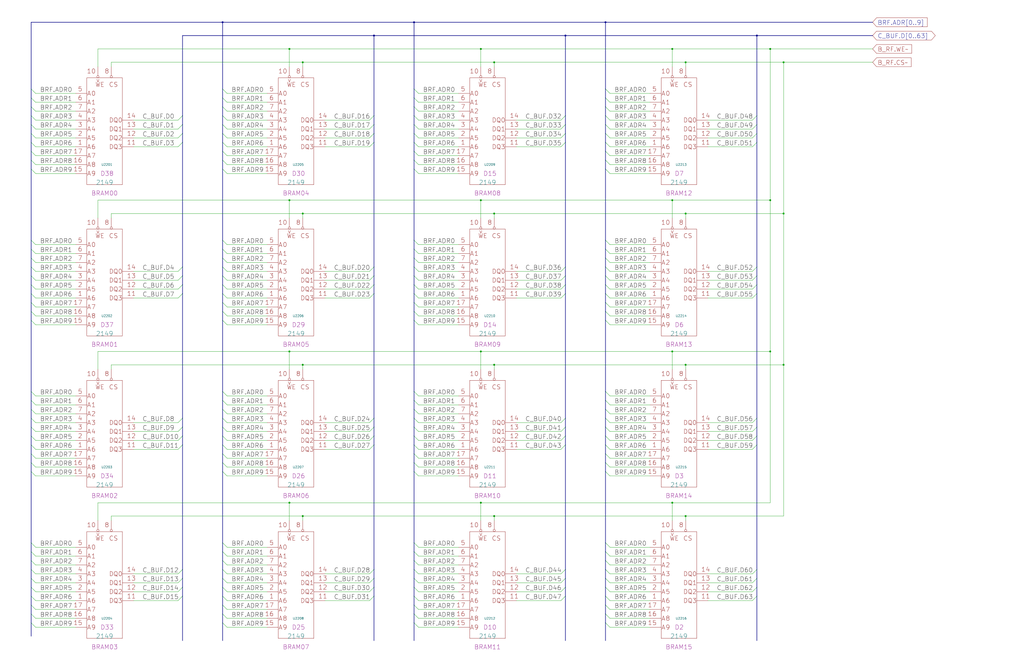
<source format=kicad_sch>
(kicad_sch (version 20211123) (generator eeschema)
  (paper "User" 584.2 378.46)
  (title_block (title "REGISTER FILE B\\nRAM ARRAY") (date "22-MAR-90") (rev "1.0") (comment 1 "VALUE") (comment 2 "232-003063") (comment 3 "S400") (comment 4 "RELEASED"))
  (bus (pts (xy 104.14 152.4) (xy 104.14 157.48)))
  (bus (pts (xy 104.14 157.48) (xy 104.14 162.56)))
  (bus (pts (xy 104.14 162.56) (xy 104.14 167.64)))
  (bus (pts (xy 104.14 167.64) (xy 104.14 238.76)))
  (bus (pts (xy 104.14 20.32) (xy 104.14 66.04)))
  (bus (pts (xy 104.14 20.32) (xy 213.36 20.32)))
  (bus (pts (xy 104.14 238.76) (xy 104.14 243.84)))
  (bus (pts (xy 104.14 243.84) (xy 104.14 248.92)))
  (bus (pts (xy 104.14 248.92) (xy 104.14 254)))
  (bus (pts (xy 104.14 254) (xy 104.14 325.12)))
  (bus (pts (xy 104.14 325.12) (xy 104.14 330.2)))
  (bus (pts (xy 104.14 330.2) (xy 104.14 335.28)))
  (bus (pts (xy 104.14 335.28) (xy 104.14 340.36)))
  (bus (pts (xy 104.14 340.36) (xy 104.14 365.76)))
  (bus (pts (xy 104.14 66.04) (xy 104.14 71.12)))
  (bus (pts (xy 104.14 71.12) (xy 104.14 76.2)))
  (bus (pts (xy 104.14 76.2) (xy 104.14 81.28)))
  (bus (pts (xy 104.14 81.28) (xy 104.14 152.4)))
  (bus (pts (xy 127 12.7) (xy 127 50.8)))
  (bus (pts (xy 127 12.7) (xy 236.22 12.7)))
  (bus (pts (xy 127 137.16) (xy 127 142.24)))
  (bus (pts (xy 127 142.24) (xy 127 147.32)))
  (bus (pts (xy 127 147.32) (xy 127 152.4)))
  (bus (pts (xy 127 152.4) (xy 127 157.48)))
  (bus (pts (xy 127 157.48) (xy 127 162.56)))
  (bus (pts (xy 127 162.56) (xy 127 167.64)))
  (bus (pts (xy 127 167.64) (xy 127 172.72)))
  (bus (pts (xy 127 172.72) (xy 127 177.8)))
  (bus (pts (xy 127 177.8) (xy 127 182.88)))
  (bus (pts (xy 127 182.88) (xy 127 223.52)))
  (bus (pts (xy 127 223.52) (xy 127 228.6)))
  (bus (pts (xy 127 228.6) (xy 127 233.68)))
  (bus (pts (xy 127 233.68) (xy 127 238.76)))
  (bus (pts (xy 127 238.76) (xy 127 243.84)))
  (bus (pts (xy 127 243.84) (xy 127 248.92)))
  (bus (pts (xy 127 248.92) (xy 127 254)))
  (bus (pts (xy 127 254) (xy 127 259.08)))
  (bus (pts (xy 127 259.08) (xy 127 264.16)))
  (bus (pts (xy 127 264.16) (xy 127 269.24)))
  (bus (pts (xy 127 269.24) (xy 127 309.88)))
  (bus (pts (xy 127 309.88) (xy 127 314.96)))
  (bus (pts (xy 127 314.96) (xy 127 320.04)))
  (bus (pts (xy 127 320.04) (xy 127 325.12)))
  (bus (pts (xy 127 325.12) (xy 127 330.2)))
  (bus (pts (xy 127 330.2) (xy 127 335.28)))
  (bus (pts (xy 127 335.28) (xy 127 340.36)))
  (bus (pts (xy 127 340.36) (xy 127 345.44)))
  (bus (pts (xy 127 345.44) (xy 127 350.52)))
  (bus (pts (xy 127 350.52) (xy 127 355.6)))
  (bus (pts (xy 127 355.6) (xy 127 365.76)))
  (bus (pts (xy 127 50.8) (xy 127 55.88)))
  (bus (pts (xy 127 55.88) (xy 127 60.96)))
  (bus (pts (xy 127 60.96) (xy 127 66.04)))
  (bus (pts (xy 127 66.04) (xy 127 71.12)))
  (bus (pts (xy 127 71.12) (xy 127 76.2)))
  (bus (pts (xy 127 76.2) (xy 127 81.28)))
  (bus (pts (xy 127 81.28) (xy 127 86.36)))
  (bus (pts (xy 127 86.36) (xy 127 91.44)))
  (bus (pts (xy 127 91.44) (xy 127 96.52)))
  (bus (pts (xy 127 96.52) (xy 127 137.16)))
  (bus (pts (xy 17.78 12.7) (xy 127 12.7)))
  (bus (pts (xy 17.78 12.7) (xy 17.78 50.8)))
  (bus (pts (xy 17.78 137.16) (xy 17.78 142.24)))
  (bus (pts (xy 17.78 142.24) (xy 17.78 147.32)))
  (bus (pts (xy 17.78 147.32) (xy 17.78 152.4)))
  (bus (pts (xy 17.78 152.4) (xy 17.78 157.48)))
  (bus (pts (xy 17.78 157.48) (xy 17.78 162.56)))
  (bus (pts (xy 17.78 162.56) (xy 17.78 167.64)))
  (bus (pts (xy 17.78 167.64) (xy 17.78 172.72)))
  (bus (pts (xy 17.78 172.72) (xy 17.78 177.8)))
  (bus (pts (xy 17.78 177.8) (xy 17.78 182.88)))
  (bus (pts (xy 17.78 182.88) (xy 17.78 223.52)))
  (bus (pts (xy 17.78 223.52) (xy 17.78 228.6)))
  (bus (pts (xy 17.78 228.6) (xy 17.78 233.68)))
  (bus (pts (xy 17.78 233.68) (xy 17.78 238.76)))
  (bus (pts (xy 17.78 238.76) (xy 17.78 243.84)))
  (bus (pts (xy 17.78 243.84) (xy 17.78 248.92)))
  (bus (pts (xy 17.78 248.92) (xy 17.78 254)))
  (bus (pts (xy 17.78 254) (xy 17.78 259.08)))
  (bus (pts (xy 17.78 259.08) (xy 17.78 264.16)))
  (bus (pts (xy 17.78 264.16) (xy 17.78 269.24)))
  (bus (pts (xy 17.78 269.24) (xy 17.78 309.88)))
  (bus (pts (xy 17.78 309.88) (xy 17.78 314.96)))
  (bus (pts (xy 17.78 314.96) (xy 17.78 320.04)))
  (bus (pts (xy 17.78 320.04) (xy 17.78 325.12)))
  (bus (pts (xy 17.78 325.12) (xy 17.78 330.2)))
  (bus (pts (xy 17.78 330.2) (xy 17.78 335.28)))
  (bus (pts (xy 17.78 335.28) (xy 17.78 340.36)))
  (bus (pts (xy 17.78 340.36) (xy 17.78 345.44)))
  (bus (pts (xy 17.78 345.44) (xy 17.78 350.52)))
  (bus (pts (xy 17.78 350.52) (xy 17.78 355.6)))
  (bus (pts (xy 17.78 355.6) (xy 17.78 363.22)))
  (bus (pts (xy 17.78 50.8) (xy 17.78 55.88)))
  (bus (pts (xy 17.78 55.88) (xy 17.78 60.96)))
  (bus (pts (xy 17.78 60.96) (xy 17.78 66.04)))
  (bus (pts (xy 17.78 66.04) (xy 17.78 71.12)))
  (bus (pts (xy 17.78 71.12) (xy 17.78 76.2)))
  (bus (pts (xy 17.78 76.2) (xy 17.78 81.28)))
  (bus (pts (xy 17.78 81.28) (xy 17.78 86.36)))
  (bus (pts (xy 17.78 86.36) (xy 17.78 91.44)))
  (bus (pts (xy 17.78 91.44) (xy 17.78 96.52)))
  (bus (pts (xy 17.78 96.52) (xy 17.78 137.16)))
  (bus (pts (xy 213.36 152.4) (xy 213.36 157.48)))
  (bus (pts (xy 213.36 157.48) (xy 213.36 162.56)))
  (bus (pts (xy 213.36 162.56) (xy 213.36 167.64)))
  (bus (pts (xy 213.36 167.64) (xy 213.36 238.76)))
  (bus (pts (xy 213.36 20.32) (xy 213.36 66.04)))
  (bus (pts (xy 213.36 20.32) (xy 322.58 20.32)))
  (bus (pts (xy 213.36 238.76) (xy 213.36 243.84)))
  (bus (pts (xy 213.36 243.84) (xy 213.36 248.92)))
  (bus (pts (xy 213.36 248.92) (xy 213.36 254)))
  (bus (pts (xy 213.36 254) (xy 213.36 325.12)))
  (bus (pts (xy 213.36 325.12) (xy 213.36 330.2)))
  (bus (pts (xy 213.36 330.2) (xy 213.36 335.28)))
  (bus (pts (xy 213.36 335.28) (xy 213.36 340.36)))
  (bus (pts (xy 213.36 340.36) (xy 213.36 365.76)))
  (bus (pts (xy 213.36 66.04) (xy 213.36 71.12)))
  (bus (pts (xy 213.36 71.12) (xy 213.36 76.2)))
  (bus (pts (xy 213.36 76.2) (xy 213.36 81.28)))
  (bus (pts (xy 213.36 81.28) (xy 213.36 152.4)))
  (bus (pts (xy 236.22 12.7) (xy 236.22 50.8)))
  (bus (pts (xy 236.22 12.7) (xy 345.44 12.7)))
  (bus (pts (xy 236.22 137.16) (xy 236.22 142.24)))
  (bus (pts (xy 236.22 142.24) (xy 236.22 147.32)))
  (bus (pts (xy 236.22 147.32) (xy 236.22 152.4)))
  (bus (pts (xy 236.22 152.4) (xy 236.22 157.48)))
  (bus (pts (xy 236.22 157.48) (xy 236.22 162.56)))
  (bus (pts (xy 236.22 162.56) (xy 236.22 167.64)))
  (bus (pts (xy 236.22 167.64) (xy 236.22 172.72)))
  (bus (pts (xy 236.22 172.72) (xy 236.22 177.8)))
  (bus (pts (xy 236.22 177.8) (xy 236.22 182.88)))
  (bus (pts (xy 236.22 182.88) (xy 236.22 223.52)))
  (bus (pts (xy 236.22 223.52) (xy 236.22 228.6)))
  (bus (pts (xy 236.22 228.6) (xy 236.22 233.68)))
  (bus (pts (xy 236.22 233.68) (xy 236.22 238.76)))
  (bus (pts (xy 236.22 238.76) (xy 236.22 243.84)))
  (bus (pts (xy 236.22 243.84) (xy 236.22 248.92)))
  (bus (pts (xy 236.22 248.92) (xy 236.22 254)))
  (bus (pts (xy 236.22 254) (xy 236.22 259.08)))
  (bus (pts (xy 236.22 259.08) (xy 236.22 264.16)))
  (bus (pts (xy 236.22 264.16) (xy 236.22 269.24)))
  (bus (pts (xy 236.22 269.24) (xy 236.22 309.88)))
  (bus (pts (xy 236.22 309.88) (xy 236.22 314.96)))
  (bus (pts (xy 236.22 314.96) (xy 236.22 320.04)))
  (bus (pts (xy 236.22 320.04) (xy 236.22 325.12)))
  (bus (pts (xy 236.22 325.12) (xy 236.22 330.2)))
  (bus (pts (xy 236.22 330.2) (xy 236.22 335.28)))
  (bus (pts (xy 236.22 335.28) (xy 236.22 340.36)))
  (bus (pts (xy 236.22 340.36) (xy 236.22 345.44)))
  (bus (pts (xy 236.22 345.44) (xy 236.22 350.52)))
  (bus (pts (xy 236.22 350.52) (xy 236.22 355.6)))
  (bus (pts (xy 236.22 355.6) (xy 236.22 365.76)))
  (bus (pts (xy 236.22 50.8) (xy 236.22 55.88)))
  (bus (pts (xy 236.22 55.88) (xy 236.22 60.96)))
  (bus (pts (xy 236.22 60.96) (xy 236.22 66.04)))
  (bus (pts (xy 236.22 66.04) (xy 236.22 71.12)))
  (bus (pts (xy 236.22 71.12) (xy 236.22 76.2)))
  (bus (pts (xy 236.22 76.2) (xy 236.22 81.28)))
  (bus (pts (xy 236.22 81.28) (xy 236.22 86.36)))
  (bus (pts (xy 236.22 86.36) (xy 236.22 91.44)))
  (bus (pts (xy 236.22 91.44) (xy 236.22 96.52)))
  (bus (pts (xy 236.22 96.52) (xy 236.22 137.16)))
  (bus (pts (xy 322.58 152.4) (xy 322.58 157.48)))
  (bus (pts (xy 322.58 157.48) (xy 322.58 162.56)))
  (bus (pts (xy 322.58 162.56) (xy 322.58 167.64)))
  (bus (pts (xy 322.58 167.64) (xy 322.58 238.76)))
  (bus (pts (xy 322.58 20.32) (xy 322.58 66.04)))
  (bus (pts (xy 322.58 20.32) (xy 431.8 20.32)))
  (bus (pts (xy 322.58 238.76) (xy 322.58 243.84)))
  (bus (pts (xy 322.58 243.84) (xy 322.58 248.92)))
  (bus (pts (xy 322.58 248.92) (xy 322.58 254)))
  (bus (pts (xy 322.58 254) (xy 322.58 325.12)))
  (bus (pts (xy 322.58 325.12) (xy 322.58 330.2)))
  (bus (pts (xy 322.58 330.2) (xy 322.58 335.28)))
  (bus (pts (xy 322.58 335.28) (xy 322.58 340.36)))
  (bus (pts (xy 322.58 340.36) (xy 322.58 365.76)))
  (bus (pts (xy 322.58 66.04) (xy 322.58 71.12)))
  (bus (pts (xy 322.58 71.12) (xy 322.58 76.2)))
  (bus (pts (xy 322.58 76.2) (xy 322.58 81.28)))
  (bus (pts (xy 322.58 81.28) (xy 322.58 152.4)))
  (bus (pts (xy 345.44 12.7) (xy 345.44 50.8)))
  (bus (pts (xy 345.44 12.7) (xy 497.84 12.7)))
  (bus (pts (xy 345.44 137.16) (xy 345.44 142.24)))
  (bus (pts (xy 345.44 142.24) (xy 345.44 147.32)))
  (bus (pts (xy 345.44 147.32) (xy 345.44 152.4)))
  (bus (pts (xy 345.44 152.4) (xy 345.44 157.48)))
  (bus (pts (xy 345.44 157.48) (xy 345.44 162.56)))
  (bus (pts (xy 345.44 162.56) (xy 345.44 167.64)))
  (bus (pts (xy 345.44 167.64) (xy 345.44 172.72)))
  (bus (pts (xy 345.44 172.72) (xy 345.44 177.8)))
  (bus (pts (xy 345.44 177.8) (xy 345.44 182.88)))
  (bus (pts (xy 345.44 182.88) (xy 345.44 223.52)))
  (bus (pts (xy 345.44 223.52) (xy 345.44 228.6)))
  (bus (pts (xy 345.44 228.6) (xy 345.44 233.68)))
  (bus (pts (xy 345.44 233.68) (xy 345.44 238.76)))
  (bus (pts (xy 345.44 238.76) (xy 345.44 243.84)))
  (bus (pts (xy 345.44 243.84) (xy 345.44 248.92)))
  (bus (pts (xy 345.44 248.92) (xy 345.44 254)))
  (bus (pts (xy 345.44 254) (xy 345.44 259.08)))
  (bus (pts (xy 345.44 259.08) (xy 345.44 264.16)))
  (bus (pts (xy 345.44 264.16) (xy 345.44 269.24)))
  (bus (pts (xy 345.44 269.24) (xy 345.44 309.88)))
  (bus (pts (xy 345.44 309.88) (xy 345.44 314.96)))
  (bus (pts (xy 345.44 314.96) (xy 345.44 320.04)))
  (bus (pts (xy 345.44 320.04) (xy 345.44 325.12)))
  (bus (pts (xy 345.44 325.12) (xy 345.44 330.2)))
  (bus (pts (xy 345.44 330.2) (xy 345.44 335.28)))
  (bus (pts (xy 345.44 335.28) (xy 345.44 340.36)))
  (bus (pts (xy 345.44 340.36) (xy 345.44 345.44)))
  (bus (pts (xy 345.44 345.44) (xy 345.44 350.52)))
  (bus (pts (xy 345.44 350.52) (xy 345.44 355.6)))
  (bus (pts (xy 345.44 355.6) (xy 345.44 365.76)))
  (bus (pts (xy 345.44 50.8) (xy 345.44 55.88)))
  (bus (pts (xy 345.44 55.88) (xy 345.44 60.96)))
  (bus (pts (xy 345.44 60.96) (xy 345.44 66.04)))
  (bus (pts (xy 345.44 66.04) (xy 345.44 71.12)))
  (bus (pts (xy 345.44 71.12) (xy 345.44 76.2)))
  (bus (pts (xy 345.44 76.2) (xy 345.44 81.28)))
  (bus (pts (xy 345.44 81.28) (xy 345.44 86.36)))
  (bus (pts (xy 345.44 86.36) (xy 345.44 91.44)))
  (bus (pts (xy 345.44 91.44) (xy 345.44 96.52)))
  (bus (pts (xy 345.44 96.52) (xy 345.44 137.16)))
  (bus (pts (xy 431.8 152.4) (xy 431.8 157.48)))
  (bus (pts (xy 431.8 157.48) (xy 431.8 162.56)))
  (bus (pts (xy 431.8 162.56) (xy 431.8 167.64)))
  (bus (pts (xy 431.8 167.64) (xy 431.8 238.76)))
  (bus (pts (xy 431.8 20.32) (xy 431.8 66.04)))
  (bus (pts (xy 431.8 20.32) (xy 497.84 20.32)))
  (bus (pts (xy 431.8 238.76) (xy 431.8 243.84)))
  (bus (pts (xy 431.8 243.84) (xy 431.8 248.92)))
  (bus (pts (xy 431.8 248.92) (xy 431.8 254)))
  (bus (pts (xy 431.8 254) (xy 431.8 325.12)))
  (bus (pts (xy 431.8 325.12) (xy 431.8 330.2)))
  (bus (pts (xy 431.8 330.2) (xy 431.8 335.28)))
  (bus (pts (xy 431.8 335.28) (xy 431.8 340.36)))
  (bus (pts (xy 431.8 340.36) (xy 431.8 365.76)))
  (bus (pts (xy 431.8 66.04) (xy 431.8 71.12)))
  (bus (pts (xy 431.8 71.12) (xy 431.8 76.2)))
  (bus (pts (xy 431.8 76.2) (xy 431.8 81.28)))
  (bus (pts (xy 431.8 81.28) (xy 431.8 152.4)))
  (wire (pts (xy 129.54 139.7) (xy 152.4 139.7)))
  (wire (pts (xy 129.54 144.78) (xy 152.4 144.78)))
  (wire (pts (xy 129.54 149.86) (xy 152.4 149.86)))
  (wire (pts (xy 129.54 154.94) (xy 152.4 154.94)))
  (wire (pts (xy 129.54 160.02) (xy 152.4 160.02)))
  (wire (pts (xy 129.54 165.1) (xy 152.4 165.1)))
  (wire (pts (xy 129.54 170.18) (xy 152.4 170.18)))
  (wire (pts (xy 129.54 175.26) (xy 152.4 175.26)))
  (wire (pts (xy 129.54 180.34) (xy 152.4 180.34)))
  (wire (pts (xy 129.54 185.42) (xy 152.4 185.42)))
  (wire (pts (xy 129.54 226.06) (xy 152.4 226.06)))
  (wire (pts (xy 129.54 231.14) (xy 152.4 231.14)))
  (wire (pts (xy 129.54 236.22) (xy 152.4 236.22)))
  (wire (pts (xy 129.54 241.3) (xy 152.4 241.3)))
  (wire (pts (xy 129.54 246.38) (xy 152.4 246.38)))
  (wire (pts (xy 129.54 251.46) (xy 152.4 251.46)))
  (wire (pts (xy 129.54 256.54) (xy 152.4 256.54)))
  (wire (pts (xy 129.54 261.62) (xy 152.4 261.62)))
  (wire (pts (xy 129.54 266.7) (xy 152.4 266.7)))
  (wire (pts (xy 129.54 271.78) (xy 152.4 271.78)))
  (wire (pts (xy 129.54 312.42) (xy 152.4 312.42)))
  (wire (pts (xy 129.54 317.5) (xy 152.4 317.5)))
  (wire (pts (xy 129.54 322.58) (xy 152.4 322.58)))
  (wire (pts (xy 129.54 327.66) (xy 152.4 327.66)))
  (wire (pts (xy 129.54 332.74) (xy 152.4 332.74)))
  (wire (pts (xy 129.54 337.82) (xy 152.4 337.82)))
  (wire (pts (xy 129.54 342.9) (xy 152.4 342.9)))
  (wire (pts (xy 129.54 347.98) (xy 152.4 347.98)))
  (wire (pts (xy 129.54 353.06) (xy 152.4 353.06)))
  (wire (pts (xy 129.54 358.14) (xy 152.4 358.14)))
  (wire (pts (xy 129.54 53.34) (xy 152.4 53.34)))
  (wire (pts (xy 129.54 58.42) (xy 152.4 58.42)))
  (wire (pts (xy 129.54 63.5) (xy 152.4 63.5)))
  (wire (pts (xy 129.54 68.58) (xy 152.4 68.58)))
  (wire (pts (xy 129.54 73.66) (xy 152.4 73.66)))
  (wire (pts (xy 129.54 78.74) (xy 152.4 78.74)))
  (wire (pts (xy 129.54 83.82) (xy 152.4 83.82)))
  (wire (pts (xy 129.54 88.9) (xy 152.4 88.9)))
  (wire (pts (xy 129.54 93.98) (xy 152.4 93.98)))
  (wire (pts (xy 129.54 99.06) (xy 152.4 99.06)))
  (wire (pts (xy 165.1 114.3) (xy 165.1 124.46)))
  (wire (pts (xy 165.1 114.3) (xy 274.32 114.3)))
  (wire (pts (xy 165.1 200.66) (xy 165.1 210.82)))
  (wire (pts (xy 165.1 200.66) (xy 274.32 200.66)))
  (wire (pts (xy 165.1 27.94) (xy 165.1 38.1)))
  (wire (pts (xy 165.1 27.94) (xy 274.32 27.94)))
  (wire (pts (xy 165.1 287.02) (xy 165.1 297.18)))
  (wire (pts (xy 165.1 287.02) (xy 55.88 287.02)))
  (wire (pts (xy 172.72 121.92) (xy 172.72 124.46)))
  (wire (pts (xy 172.72 121.92) (xy 281.94 121.92)))
  (wire (pts (xy 172.72 208.28) (xy 172.72 210.82)))
  (wire (pts (xy 172.72 208.28) (xy 281.94 208.28)))
  (wire (pts (xy 172.72 294.64) (xy 172.72 297.18)))
  (wire (pts (xy 172.72 294.64) (xy 281.94 294.64)))
  (wire (pts (xy 172.72 35.56) (xy 172.72 38.1)))
  (wire (pts (xy 172.72 35.56) (xy 63.5 35.56)))
  (wire (pts (xy 185.42 154.94) (xy 210.82 154.94)))
  (wire (pts (xy 185.42 160.02) (xy 210.82 160.02)))
  (wire (pts (xy 185.42 165.1) (xy 210.82 165.1)))
  (wire (pts (xy 185.42 170.18) (xy 210.82 170.18)))
  (wire (pts (xy 185.42 241.3) (xy 210.82 241.3)))
  (wire (pts (xy 185.42 246.38) (xy 210.82 246.38)))
  (wire (pts (xy 185.42 251.46) (xy 210.82 251.46)))
  (wire (pts (xy 185.42 256.54) (xy 210.82 256.54)))
  (wire (pts (xy 185.42 327.66) (xy 210.82 327.66)))
  (wire (pts (xy 185.42 332.74) (xy 210.82 332.74)))
  (wire (pts (xy 185.42 337.82) (xy 210.82 337.82)))
  (wire (pts (xy 185.42 342.9) (xy 210.82 342.9)))
  (wire (pts (xy 185.42 68.58) (xy 210.82 68.58)))
  (wire (pts (xy 185.42 73.66) (xy 210.82 73.66)))
  (wire (pts (xy 185.42 78.74) (xy 210.82 78.74)))
  (wire (pts (xy 185.42 83.82) (xy 210.82 83.82)))
  (wire (pts (xy 20.32 139.7) (xy 43.18 139.7)))
  (wire (pts (xy 20.32 144.78) (xy 43.18 144.78)))
  (wire (pts (xy 20.32 149.86) (xy 43.18 149.86)))
  (wire (pts (xy 20.32 154.94) (xy 43.18 154.94)))
  (wire (pts (xy 20.32 160.02) (xy 43.18 160.02)))
  (wire (pts (xy 20.32 165.1) (xy 43.18 165.1)))
  (wire (pts (xy 20.32 170.18) (xy 43.18 170.18)))
  (wire (pts (xy 20.32 175.26) (xy 43.18 175.26)))
  (wire (pts (xy 20.32 180.34) (xy 43.18 180.34)))
  (wire (pts (xy 20.32 185.42) (xy 43.18 185.42)))
  (wire (pts (xy 20.32 226.06) (xy 43.18 226.06)))
  (wire (pts (xy 20.32 231.14) (xy 43.18 231.14)))
  (wire (pts (xy 20.32 236.22) (xy 43.18 236.22)))
  (wire (pts (xy 20.32 241.3) (xy 43.18 241.3)))
  (wire (pts (xy 20.32 246.38) (xy 43.18 246.38)))
  (wire (pts (xy 20.32 251.46) (xy 43.18 251.46)))
  (wire (pts (xy 20.32 256.54) (xy 43.18 256.54)))
  (wire (pts (xy 20.32 261.62) (xy 43.18 261.62)))
  (wire (pts (xy 20.32 266.7) (xy 43.18 266.7)))
  (wire (pts (xy 20.32 271.78) (xy 43.18 271.78)))
  (wire (pts (xy 20.32 312.42) (xy 43.18 312.42)))
  (wire (pts (xy 20.32 317.5) (xy 43.18 317.5)))
  (wire (pts (xy 20.32 322.58) (xy 43.18 322.58)))
  (wire (pts (xy 20.32 327.66) (xy 43.18 327.66)))
  (wire (pts (xy 20.32 332.74) (xy 43.18 332.74)))
  (wire (pts (xy 20.32 337.82) (xy 43.18 337.82)))
  (wire (pts (xy 20.32 342.9) (xy 43.18 342.9)))
  (wire (pts (xy 20.32 347.98) (xy 43.18 347.98)))
  (wire (pts (xy 20.32 353.06) (xy 43.18 353.06)))
  (wire (pts (xy 20.32 358.14) (xy 43.18 358.14)))
  (wire (pts (xy 20.32 53.34) (xy 43.18 53.34)))
  (wire (pts (xy 20.32 58.42) (xy 43.18 58.42)))
  (wire (pts (xy 20.32 63.5) (xy 43.18 63.5)))
  (wire (pts (xy 20.32 68.58) (xy 43.18 68.58)))
  (wire (pts (xy 20.32 73.66) (xy 43.18 73.66)))
  (wire (pts (xy 20.32 78.74) (xy 43.18 78.74)))
  (wire (pts (xy 20.32 83.82) (xy 43.18 83.82)))
  (wire (pts (xy 20.32 88.9) (xy 43.18 88.9)))
  (wire (pts (xy 20.32 93.98) (xy 43.18 93.98)))
  (wire (pts (xy 20.32 99.06) (xy 43.18 99.06)))
  (wire (pts (xy 238.76 139.7) (xy 261.62 139.7)))
  (wire (pts (xy 238.76 144.78) (xy 261.62 144.78)))
  (wire (pts (xy 238.76 149.86) (xy 261.62 149.86)))
  (wire (pts (xy 238.76 154.94) (xy 261.62 154.94)))
  (wire (pts (xy 238.76 160.02) (xy 261.62 160.02)))
  (wire (pts (xy 238.76 165.1) (xy 261.62 165.1)))
  (wire (pts (xy 238.76 170.18) (xy 261.62 170.18)))
  (wire (pts (xy 238.76 175.26) (xy 261.62 175.26)))
  (wire (pts (xy 238.76 180.34) (xy 261.62 180.34)))
  (wire (pts (xy 238.76 185.42) (xy 261.62 185.42)))
  (wire (pts (xy 238.76 226.06) (xy 261.62 226.06)))
  (wire (pts (xy 238.76 231.14) (xy 261.62 231.14)))
  (wire (pts (xy 238.76 236.22) (xy 261.62 236.22)))
  (wire (pts (xy 238.76 241.3) (xy 261.62 241.3)))
  (wire (pts (xy 238.76 246.38) (xy 261.62 246.38)))
  (wire (pts (xy 238.76 251.46) (xy 261.62 251.46)))
  (wire (pts (xy 238.76 256.54) (xy 261.62 256.54)))
  (wire (pts (xy 238.76 261.62) (xy 261.62 261.62)))
  (wire (pts (xy 238.76 266.7) (xy 261.62 266.7)))
  (wire (pts (xy 238.76 271.78) (xy 261.62 271.78)))
  (wire (pts (xy 238.76 312.42) (xy 261.62 312.42)))
  (wire (pts (xy 238.76 317.5) (xy 261.62 317.5)))
  (wire (pts (xy 238.76 322.58) (xy 261.62 322.58)))
  (wire (pts (xy 238.76 327.66) (xy 261.62 327.66)))
  (wire (pts (xy 238.76 332.74) (xy 261.62 332.74)))
  (wire (pts (xy 238.76 337.82) (xy 261.62 337.82)))
  (wire (pts (xy 238.76 342.9) (xy 261.62 342.9)))
  (wire (pts (xy 238.76 347.98) (xy 261.62 347.98)))
  (wire (pts (xy 238.76 353.06) (xy 261.62 353.06)))
  (wire (pts (xy 238.76 358.14) (xy 261.62 358.14)))
  (wire (pts (xy 238.76 53.34) (xy 261.62 53.34)))
  (wire (pts (xy 238.76 58.42) (xy 261.62 58.42)))
  (wire (pts (xy 238.76 63.5) (xy 261.62 63.5)))
  (wire (pts (xy 238.76 68.58) (xy 261.62 68.58)))
  (wire (pts (xy 238.76 73.66) (xy 261.62 73.66)))
  (wire (pts (xy 238.76 78.74) (xy 261.62 78.74)))
  (wire (pts (xy 238.76 83.82) (xy 261.62 83.82)))
  (wire (pts (xy 238.76 88.9) (xy 261.62 88.9)))
  (wire (pts (xy 238.76 93.98) (xy 261.62 93.98)))
  (wire (pts (xy 238.76 99.06) (xy 261.62 99.06)))
  (wire (pts (xy 274.32 114.3) (xy 274.32 124.46)))
  (wire (pts (xy 274.32 114.3) (xy 383.54 114.3)))
  (wire (pts (xy 274.32 200.66) (xy 274.32 210.82)))
  (wire (pts (xy 274.32 200.66) (xy 383.54 200.66)))
  (wire (pts (xy 274.32 27.94) (xy 274.32 38.1)))
  (wire (pts (xy 274.32 27.94) (xy 383.54 27.94)))
  (wire (pts (xy 274.32 287.02) (xy 165.1 287.02)))
  (wire (pts (xy 274.32 287.02) (xy 274.32 297.18)))
  (wire (pts (xy 281.94 121.92) (xy 281.94 124.46)))
  (wire (pts (xy 281.94 121.92) (xy 391.16 121.92)))
  (wire (pts (xy 281.94 208.28) (xy 281.94 210.82)))
  (wire (pts (xy 281.94 208.28) (xy 391.16 208.28)))
  (wire (pts (xy 281.94 294.64) (xy 281.94 297.18)))
  (wire (pts (xy 281.94 294.64) (xy 391.16 294.64)))
  (wire (pts (xy 281.94 35.56) (xy 172.72 35.56)))
  (wire (pts (xy 281.94 35.56) (xy 281.94 38.1)))
  (wire (pts (xy 294.64 154.94) (xy 320.04 154.94)))
  (wire (pts (xy 294.64 160.02) (xy 320.04 160.02)))
  (wire (pts (xy 294.64 165.1) (xy 320.04 165.1)))
  (wire (pts (xy 294.64 170.18) (xy 320.04 170.18)))
  (wire (pts (xy 294.64 241.3) (xy 320.04 241.3)))
  (wire (pts (xy 294.64 246.38) (xy 320.04 246.38)))
  (wire (pts (xy 294.64 251.46) (xy 320.04 251.46)))
  (wire (pts (xy 294.64 256.54) (xy 320.04 256.54)))
  (wire (pts (xy 294.64 327.66) (xy 320.04 327.66)))
  (wire (pts (xy 294.64 332.74) (xy 320.04 332.74)))
  (wire (pts (xy 294.64 337.82) (xy 320.04 337.82)))
  (wire (pts (xy 294.64 342.9) (xy 320.04 342.9)))
  (wire (pts (xy 294.64 68.58) (xy 320.04 68.58)))
  (wire (pts (xy 294.64 73.66) (xy 320.04 73.66)))
  (wire (pts (xy 294.64 78.74) (xy 320.04 78.74)))
  (wire (pts (xy 294.64 83.82) (xy 320.04 83.82)))
  (wire (pts (xy 347.98 139.7) (xy 370.84 139.7)))
  (wire (pts (xy 347.98 144.78) (xy 370.84 144.78)))
  (wire (pts (xy 347.98 149.86) (xy 370.84 149.86)))
  (wire (pts (xy 347.98 154.94) (xy 370.84 154.94)))
  (wire (pts (xy 347.98 160.02) (xy 370.84 160.02)))
  (wire (pts (xy 347.98 165.1) (xy 370.84 165.1)))
  (wire (pts (xy 347.98 170.18) (xy 370.84 170.18)))
  (wire (pts (xy 347.98 175.26) (xy 370.84 175.26)))
  (wire (pts (xy 347.98 180.34) (xy 370.84 180.34)))
  (wire (pts (xy 347.98 185.42) (xy 370.84 185.42)))
  (wire (pts (xy 347.98 226.06) (xy 370.84 226.06)))
  (wire (pts (xy 347.98 231.14) (xy 370.84 231.14)))
  (wire (pts (xy 347.98 236.22) (xy 370.84 236.22)))
  (wire (pts (xy 347.98 241.3) (xy 370.84 241.3)))
  (wire (pts (xy 347.98 246.38) (xy 370.84 246.38)))
  (wire (pts (xy 347.98 251.46) (xy 370.84 251.46)))
  (wire (pts (xy 347.98 256.54) (xy 370.84 256.54)))
  (wire (pts (xy 347.98 261.62) (xy 370.84 261.62)))
  (wire (pts (xy 347.98 266.7) (xy 370.84 266.7)))
  (wire (pts (xy 347.98 271.78) (xy 370.84 271.78)))
  (wire (pts (xy 347.98 312.42) (xy 370.84 312.42)))
  (wire (pts (xy 347.98 317.5) (xy 370.84 317.5)))
  (wire (pts (xy 347.98 322.58) (xy 370.84 322.58)))
  (wire (pts (xy 347.98 327.66) (xy 370.84 327.66)))
  (wire (pts (xy 347.98 332.74) (xy 370.84 332.74)))
  (wire (pts (xy 347.98 337.82) (xy 370.84 337.82)))
  (wire (pts (xy 347.98 342.9) (xy 370.84 342.9)))
  (wire (pts (xy 347.98 347.98) (xy 370.84 347.98)))
  (wire (pts (xy 347.98 353.06) (xy 370.84 353.06)))
  (wire (pts (xy 347.98 358.14) (xy 370.84 358.14)))
  (wire (pts (xy 347.98 53.34) (xy 370.84 53.34)))
  (wire (pts (xy 347.98 58.42) (xy 370.84 58.42)))
  (wire (pts (xy 347.98 63.5) (xy 370.84 63.5)))
  (wire (pts (xy 347.98 68.58) (xy 370.84 68.58)))
  (wire (pts (xy 347.98 73.66) (xy 370.84 73.66)))
  (wire (pts (xy 347.98 78.74) (xy 370.84 78.74)))
  (wire (pts (xy 347.98 83.82) (xy 370.84 83.82)))
  (wire (pts (xy 347.98 88.9) (xy 370.84 88.9)))
  (wire (pts (xy 347.98 93.98) (xy 370.84 93.98)))
  (wire (pts (xy 347.98 99.06) (xy 370.84 99.06)))
  (wire (pts (xy 383.54 114.3) (xy 383.54 124.46)))
  (wire (pts (xy 383.54 114.3) (xy 439.42 114.3)))
  (wire (pts (xy 383.54 200.66) (xy 383.54 210.82)))
  (wire (pts (xy 383.54 200.66) (xy 439.42 200.66)))
  (wire (pts (xy 383.54 27.94) (xy 383.54 38.1)))
  (wire (pts (xy 383.54 27.94) (xy 439.42 27.94)))
  (wire (pts (xy 383.54 287.02) (xy 274.32 287.02)))
  (wire (pts (xy 383.54 287.02) (xy 383.54 297.18)))
  (wire (pts (xy 391.16 121.92) (xy 391.16 124.46)))
  (wire (pts (xy 391.16 121.92) (xy 447.04 121.92)))
  (wire (pts (xy 391.16 208.28) (xy 391.16 210.82)))
  (wire (pts (xy 391.16 208.28) (xy 447.04 208.28)))
  (wire (pts (xy 391.16 294.64) (xy 391.16 297.18)))
  (wire (pts (xy 391.16 294.64) (xy 447.04 294.64)))
  (wire (pts (xy 391.16 35.56) (xy 281.94 35.56)))
  (wire (pts (xy 391.16 35.56) (xy 391.16 38.1)))
  (wire (pts (xy 403.86 154.94) (xy 429.26 154.94)))
  (wire (pts (xy 403.86 160.02) (xy 429.26 160.02)))
  (wire (pts (xy 403.86 165.1) (xy 429.26 165.1)))
  (wire (pts (xy 403.86 170.18) (xy 429.26 170.18)))
  (wire (pts (xy 403.86 241.3) (xy 429.26 241.3)))
  (wire (pts (xy 403.86 246.38) (xy 429.26 246.38)))
  (wire (pts (xy 403.86 251.46) (xy 429.26 251.46)))
  (wire (pts (xy 403.86 256.54) (xy 429.26 256.54)))
  (wire (pts (xy 403.86 327.66) (xy 429.26 327.66)))
  (wire (pts (xy 403.86 332.74) (xy 429.26 332.74)))
  (wire (pts (xy 403.86 337.82) (xy 429.26 337.82)))
  (wire (pts (xy 403.86 342.9) (xy 429.26 342.9)))
  (wire (pts (xy 403.86 68.58) (xy 429.26 68.58)))
  (wire (pts (xy 403.86 73.66) (xy 429.26 73.66)))
  (wire (pts (xy 403.86 78.74) (xy 429.26 78.74)))
  (wire (pts (xy 403.86 83.82) (xy 429.26 83.82)))
  (wire (pts (xy 439.42 114.3) (xy 439.42 200.66)))
  (wire (pts (xy 439.42 200.66) (xy 439.42 287.02)))
  (wire (pts (xy 439.42 27.94) (xy 439.42 114.3)))
  (wire (pts (xy 439.42 27.94) (xy 497.84 27.94)))
  (wire (pts (xy 439.42 287.02) (xy 383.54 287.02)))
  (wire (pts (xy 447.04 121.92) (xy 447.04 35.56)))
  (wire (pts (xy 447.04 208.28) (xy 447.04 121.92)))
  (wire (pts (xy 447.04 294.64) (xy 447.04 208.28)))
  (wire (pts (xy 447.04 35.56) (xy 391.16 35.56)))
  (wire (pts (xy 447.04 35.56) (xy 497.84 35.56)))
  (wire (pts (xy 55.88 114.3) (xy 165.1 114.3)))
  (wire (pts (xy 55.88 114.3) (xy 55.88 124.46)))
  (wire (pts (xy 55.88 200.66) (xy 165.1 200.66)))
  (wire (pts (xy 55.88 200.66) (xy 55.88 210.82)))
  (wire (pts (xy 55.88 27.94) (xy 165.1 27.94)))
  (wire (pts (xy 55.88 27.94) (xy 55.88 38.1)))
  (wire (pts (xy 55.88 287.02) (xy 55.88 297.18)))
  (wire (pts (xy 63.5 121.92) (xy 172.72 121.92)))
  (wire (pts (xy 63.5 121.92) (xy 63.5 124.46)))
  (wire (pts (xy 63.5 208.28) (xy 172.72 208.28)))
  (wire (pts (xy 63.5 208.28) (xy 63.5 210.82)))
  (wire (pts (xy 63.5 294.64) (xy 172.72 294.64)))
  (wire (pts (xy 63.5 294.64) (xy 63.5 297.18)))
  (wire (pts (xy 63.5 35.56) (xy 63.5 38.1)))
  (wire (pts (xy 76.2 154.94) (xy 101.6 154.94)))
  (wire (pts (xy 76.2 160.02) (xy 101.6 160.02)))
  (wire (pts (xy 76.2 165.1) (xy 101.6 165.1)))
  (wire (pts (xy 76.2 170.18) (xy 101.6 170.18)))
  (wire (pts (xy 76.2 241.3) (xy 101.6 241.3)))
  (wire (pts (xy 76.2 246.38) (xy 101.6 246.38)))
  (wire (pts (xy 76.2 251.46) (xy 101.6 251.46)))
  (wire (pts (xy 76.2 256.54) (xy 101.6 256.54)))
  (wire (pts (xy 76.2 327.66) (xy 101.6 327.66)))
  (wire (pts (xy 76.2 332.74) (xy 101.6 332.74)))
  (wire (pts (xy 76.2 337.82) (xy 101.6 337.82)))
  (wire (pts (xy 76.2 342.9) (xy 101.6 342.9)))
  (wire (pts (xy 76.2 68.58) (xy 101.6 68.58)))
  (wire (pts (xy 76.2 73.66) (xy 101.6 73.66)))
  (wire (pts (xy 76.2 78.74) (xy 101.6 78.74)))
  (wire (pts (xy 76.2 83.82) (xy 101.6 83.82)))
  (bus_entry (at 17.78 50.8) (size 2.54 2.54))
  (bus_entry (at 17.78 55.88) (size 2.54 2.54))
  (bus_entry (at 17.78 60.96) (size 2.54 2.54))
  (bus_entry (at 17.78 66.04) (size 2.54 2.54))
  (bus_entry (at 17.78 71.12) (size 2.54 2.54))
  (bus_entry (at 17.78 76.2) (size 2.54 2.54))
  (bus_entry (at 17.78 81.28) (size 2.54 2.54))
  (bus_entry (at 17.78 86.36) (size 2.54 2.54))
  (bus_entry (at 17.78 91.44) (size 2.54 2.54))
  (bus_entry (at 17.78 96.52) (size 2.54 2.54))
  (bus_entry (at 17.78 137.16) (size 2.54 2.54))
  (bus_entry (at 17.78 142.24) (size 2.54 2.54))
  (bus_entry (at 17.78 147.32) (size 2.54 2.54))
  (bus_entry (at 17.78 152.4) (size 2.54 2.54))
  (bus_entry (at 17.78 157.48) (size 2.54 2.54))
  (bus_entry (at 17.78 162.56) (size 2.54 2.54))
  (bus_entry (at 17.78 167.64) (size 2.54 2.54))
  (bus_entry (at 17.78 172.72) (size 2.54 2.54))
  (bus_entry (at 17.78 177.8) (size 2.54 2.54))
  (bus_entry (at 17.78 182.88) (size 2.54 2.54))
  (bus_entry (at 17.78 223.52) (size 2.54 2.54))
  (bus_entry (at 17.78 228.6) (size 2.54 2.54))
  (bus_entry (at 17.78 233.68) (size 2.54 2.54))
  (bus_entry (at 17.78 238.76) (size 2.54 2.54))
  (bus_entry (at 17.78 243.84) (size 2.54 2.54))
  (bus_entry (at 17.78 248.92) (size 2.54 2.54))
  (bus_entry (at 17.78 254) (size 2.54 2.54))
  (bus_entry (at 17.78 259.08) (size 2.54 2.54))
  (bus_entry (at 17.78 264.16) (size 2.54 2.54))
  (bus_entry (at 17.78 269.24) (size 2.54 2.54))
  (bus_entry (at 17.78 309.88) (size 2.54 2.54))
  (bus_entry (at 17.78 314.96) (size 2.54 2.54))
  (bus_entry (at 17.78 320.04) (size 2.54 2.54))
  (bus_entry (at 17.78 325.12) (size 2.54 2.54))
  (bus_entry (at 17.78 330.2) (size 2.54 2.54))
  (bus_entry (at 17.78 335.28) (size 2.54 2.54))
  (bus_entry (at 17.78 340.36) (size 2.54 2.54))
  (bus_entry (at 17.78 345.44) (size 2.54 2.54))
  (bus_entry (at 17.78 350.52) (size 2.54 2.54))
  (bus_entry (at 17.78 355.6) (size 2.54 2.54))
  (label "BRF.ADR0" (at 22.86 53.34 0) (effects (font (size 2.54 2.54))))
  (label "BRF.ADR1" (at 22.86 58.42 0) (effects (font (size 2.54 2.54))))
  (label "BRF.ADR2" (at 22.86 63.5 0) (effects (font (size 2.54 2.54))))
  (label "BRF.ADR3" (at 22.86 68.58 0) (effects (font (size 2.54 2.54))))
  (label "BRF.ADR4" (at 22.86 73.66 0) (effects (font (size 2.54 2.54))))
  (label "BRF.ADR5" (at 22.86 78.74 0) (effects (font (size 2.54 2.54))))
  (label "BRF.ADR6" (at 22.86 83.82 0) (effects (font (size 2.54 2.54))))
  (label "BRF.ADR7" (at 22.86 88.9 0) (effects (font (size 2.54 2.54))))
  (label "BRF.ADR8" (at 22.86 93.98 0) (effects (font (size 2.54 2.54))))
  (label "BRF.ADR9" (at 22.86 99.06 0) (effects (font (size 2.54 2.54))))
  (label "BRF.ADR0" (at 22.86 139.7 0) (effects (font (size 2.54 2.54))))
  (label "BRF.ADR1" (at 22.86 144.78 0) (effects (font (size 2.54 2.54))))
  (label "BRF.ADR2" (at 22.86 149.86 0) (effects (font (size 2.54 2.54))))
  (label "BRF.ADR3" (at 22.86 154.94 0) (effects (font (size 2.54 2.54))))
  (label "BRF.ADR4" (at 22.86 160.02 0) (effects (font (size 2.54 2.54))))
  (label "BRF.ADR5" (at 22.86 165.1 0) (effects (font (size 2.54 2.54))))
  (label "BRF.ADR6" (at 22.86 170.18 0) (effects (font (size 2.54 2.54))))
  (label "BRF.ADR7" (at 22.86 175.26 0) (effects (font (size 2.54 2.54))))
  (label "BRF.ADR8" (at 22.86 180.34 0) (effects (font (size 2.54 2.54))))
  (label "BRF.ADR9" (at 22.86 185.42 0) (effects (font (size 2.54 2.54))))
  (label "BRF.ADR0" (at 22.86 226.06 0) (effects (font (size 2.54 2.54))))
  (label "BRF.ADR1" (at 22.86 231.14 0) (effects (font (size 2.54 2.54))))
  (label "BRF.ADR2" (at 22.86 236.22 0) (effects (font (size 2.54 2.54))))
  (label "BRF.ADR3" (at 22.86 241.3 0) (effects (font (size 2.54 2.54))))
  (label "BRF.ADR4" (at 22.86 246.38 0) (effects (font (size 2.54 2.54))))
  (label "BRF.ADR5" (at 22.86 251.46 0) (effects (font (size 2.54 2.54))))
  (label "BRF.ADR6" (at 22.86 256.54 0) (effects (font (size 2.54 2.54))))
  (label "BRF.ADR7" (at 22.86 261.62 0) (effects (font (size 2.54 2.54))))
  (label "BRF.ADR8" (at 22.86 266.7 0) (effects (font (size 2.54 2.54))))
  (label "BRF.ADR9" (at 22.86 271.78 0) (effects (font (size 2.54 2.54))))
  (label "BRF.ADR0" (at 22.86 312.42 0) (effects (font (size 2.54 2.54))))
  (label "BRF.ADR1" (at 22.86 317.5 0) (effects (font (size 2.54 2.54))))
  (label "BRF.ADR2" (at 22.86 322.58 0) (effects (font (size 2.54 2.54))))
  (label "BRF.ADR3" (at 22.86 327.66 0) (effects (font (size 2.54 2.54))))
  (label "BRF.ADR4" (at 22.86 332.74 0) (effects (font (size 2.54 2.54))))
  (label "BRF.ADR5" (at 22.86 337.82 0) (effects (font (size 2.54 2.54))))
  (label "BRF.ADR6" (at 22.86 342.9 0) (effects (font (size 2.54 2.54))))
  (label "BRF.ADR7" (at 22.86 347.98 0) (effects (font (size 2.54 2.54))))
  (label "BRF.ADR8" (at 22.86 353.06 0) (effects (font (size 2.54 2.54))))
  (label "BRF.ADR9" (at 22.86 358.14 0) (effects (font (size 2.54 2.54))))
  (symbol (lib_id "r1000:2149") (at 58.42 99.06 0) (unit 1)
    (property "Reference" "U2201" (at 60.96 93.98 0))
    (property "Value" "2149" (at 54.61 104.14 0) (effects (font (size 2.54 2.54)) (justify left)))
    (property "Location" "D38" (at 57.15 99.06 0) (effects (font (size 2.54 2.54)) (justify left)))
    (property "Name" "BRAM00" (at 59.69 111.76 0) (effects (font (size 2.54 2.54)) (justify bottom)))
  )
  (symbol (lib_id "r1000:2149") (at 58.42 185.42 0) (unit 1)
    (property "Reference" "U2202" (at 60.96 180.34 0))
    (property "Value" "2149" (at 54.61 190.5 0) (effects (font (size 2.54 2.54)) (justify left)))
    (property "Location" "D37" (at 57.15 185.42 0) (effects (font (size 2.54 2.54)) (justify left)))
    (property "Name" "BRAM01" (at 59.69 198.12 0) (effects (font (size 2.54 2.54)) (justify bottom)))
  )
  (symbol (lib_id "r1000:2149") (at 58.42 271.78 0) (unit 1)
    (property "Reference" "U2203" (at 60.96 266.7 0))
    (property "Value" "2149" (at 54.61 276.86 0) (effects (font (size 2.54 2.54)) (justify left)))
    (property "Location" "D34" (at 57.15 271.78 0) (effects (font (size 2.54 2.54)) (justify left)))
    (property "Name" "BRAM02" (at 59.69 284.48 0) (effects (font (size 2.54 2.54)) (justify bottom)))
  )
  (symbol (lib_id "r1000:2149") (at 58.42 358.14 0) (unit 1)
    (property "Reference" "U2204" (at 60.96 353.06 0))
    (property "Value" "2149" (at 54.61 363.22 0) (effects (font (size 2.54 2.54)) (justify left)))
    (property "Location" "D33" (at 57.15 358.14 0) (effects (font (size 2.54 2.54)) (justify left)))
    (property "Name" "BRAM03" (at 59.69 370.84 0) (effects (font (size 2.54 2.54)) (justify bottom)))
  )
  (label "C_BUF.D0" (at 81.28 68.58 0) (effects (font (size 2.54 2.54))))
  (label "C_BUF.D1" (at 81.28 73.66 0) (effects (font (size 2.54 2.54))))
  (label "C_BUF.D2" (at 81.28 78.74 0) (effects (font (size 2.54 2.54))))
  (label "C_BUF.D3" (at 81.28 83.82 0) (effects (font (size 2.54 2.54))))
  (label "C_BUF.D4" (at 81.28 154.94 0) (effects (font (size 2.54 2.54))))
  (label "C_BUF.D5" (at 81.28 160.02 0) (effects (font (size 2.54 2.54))))
  (label "C_BUF.D6" (at 81.28 165.1 0) (effects (font (size 2.54 2.54))))
  (label "C_BUF.D7" (at 81.28 170.18 0) (effects (font (size 2.54 2.54))))
  (label "C_BUF.D8" (at 81.28 241.3 0) (effects (font (size 2.54 2.54))))
  (label "C_BUF.D9" (at 81.28 246.38 0) (effects (font (size 2.54 2.54))))
  (label "C_BUF.D10" (at 81.28 251.46 0) (effects (font (size 2.54 2.54))))
  (label "C_BUF.D11" (at 81.28 256.54 0) (effects (font (size 2.54 2.54))))
  (label "C_BUF.D12" (at 81.28 327.66 0) (effects (font (size 2.54 2.54))))
  (label "C_BUF.D13" (at 81.28 332.74 0) (effects (font (size 2.54 2.54))))
  (label "C_BUF.D14" (at 81.28 337.82 0) (effects (font (size 2.54 2.54))))
  (label "C_BUF.D15" (at 81.28 342.9 0) (effects (font (size 2.54 2.54))))
  (bus_entry (at 104.14 66.04) (size -2.54 2.54))
  (bus_entry (at 104.14 71.12) (size -2.54 2.54))
  (bus_entry (at 104.14 76.2) (size -2.54 2.54))
  (bus_entry (at 104.14 81.28) (size -2.54 2.54))
  (bus_entry (at 104.14 152.4) (size -2.54 2.54))
  (bus_entry (at 104.14 157.48) (size -2.54 2.54))
  (bus_entry (at 104.14 162.56) (size -2.54 2.54))
  (bus_entry (at 104.14 167.64) (size -2.54 2.54))
  (bus_entry (at 104.14 238.76) (size -2.54 2.54))
  (bus_entry (at 104.14 243.84) (size -2.54 2.54))
  (bus_entry (at 104.14 248.92) (size -2.54 2.54))
  (bus_entry (at 104.14 254) (size -2.54 2.54))
  (bus_entry (at 104.14 325.12) (size -2.54 2.54))
  (bus_entry (at 104.14 330.2) (size -2.54 2.54))
  (bus_entry (at 104.14 335.28) (size -2.54 2.54))
  (bus_entry (at 104.14 340.36) (size -2.54 2.54))
  (junction (at 127 12.7))
  (bus_entry (at 127 50.8) (size 2.54 2.54))
  (bus_entry (at 127 55.88) (size 2.54 2.54))
  (bus_entry (at 127 60.96) (size 2.54 2.54))
  (bus_entry (at 127 66.04) (size 2.54 2.54))
  (bus_entry (at 127 71.12) (size 2.54 2.54))
  (bus_entry (at 127 76.2) (size 2.54 2.54))
  (bus_entry (at 127 81.28) (size 2.54 2.54))
  (bus_entry (at 127 86.36) (size 2.54 2.54))
  (bus_entry (at 127 91.44) (size 2.54 2.54))
  (bus_entry (at 127 96.52) (size 2.54 2.54))
  (bus_entry (at 127 137.16) (size 2.54 2.54))
  (bus_entry (at 127 142.24) (size 2.54 2.54))
  (bus_entry (at 127 147.32) (size 2.54 2.54))
  (bus_entry (at 127 152.4) (size 2.54 2.54))
  (bus_entry (at 127 157.48) (size 2.54 2.54))
  (bus_entry (at 127 162.56) (size 2.54 2.54))
  (bus_entry (at 127 167.64) (size 2.54 2.54))
  (bus_entry (at 127 172.72) (size 2.54 2.54))
  (bus_entry (at 127 177.8) (size 2.54 2.54))
  (bus_entry (at 127 182.88) (size 2.54 2.54))
  (bus_entry (at 127 223.52) (size 2.54 2.54))
  (bus_entry (at 127 228.6) (size 2.54 2.54))
  (bus_entry (at 127 233.68) (size 2.54 2.54))
  (bus_entry (at 127 238.76) (size 2.54 2.54))
  (bus_entry (at 127 243.84) (size 2.54 2.54))
  (bus_entry (at 127 248.92) (size 2.54 2.54))
  (bus_entry (at 127 254) (size 2.54 2.54))
  (bus_entry (at 127 259.08) (size 2.54 2.54))
  (bus_entry (at 127 264.16) (size 2.54 2.54))
  (bus_entry (at 127 269.24) (size 2.54 2.54))
  (bus_entry (at 127 309.88) (size 2.54 2.54))
  (bus_entry (at 127 314.96) (size 2.54 2.54))
  (bus_entry (at 127 320.04) (size 2.54 2.54))
  (bus_entry (at 127 325.12) (size 2.54 2.54))
  (bus_entry (at 127 330.2) (size 2.54 2.54))
  (bus_entry (at 127 335.28) (size 2.54 2.54))
  (bus_entry (at 127 340.36) (size 2.54 2.54))
  (bus_entry (at 127 345.44) (size 2.54 2.54))
  (bus_entry (at 127 350.52) (size 2.54 2.54))
  (bus_entry (at 127 355.6) (size 2.54 2.54))
  (label "BRF.ADR0" (at 132.08 53.34 0) (effects (font (size 2.54 2.54))))
  (label "BRF.ADR1" (at 132.08 58.42 0) (effects (font (size 2.54 2.54))))
  (label "BRF.ADR2" (at 132.08 63.5 0) (effects (font (size 2.54 2.54))))
  (label "BRF.ADR3" (at 132.08 68.58 0) (effects (font (size 2.54 2.54))))
  (label "BRF.ADR4" (at 132.08 73.66 0) (effects (font (size 2.54 2.54))))
  (label "BRF.ADR5" (at 132.08 78.74 0) (effects (font (size 2.54 2.54))))
  (label "BRF.ADR6" (at 132.08 83.82 0) (effects (font (size 2.54 2.54))))
  (label "BRF.ADR7" (at 132.08 88.9 0) (effects (font (size 2.54 2.54))))
  (label "BRF.ADR8" (at 132.08 93.98 0) (effects (font (size 2.54 2.54))))
  (label "BRF.ADR9" (at 132.08 99.06 0) (effects (font (size 2.54 2.54))))
  (label "BRF.ADR0" (at 132.08 139.7 0) (effects (font (size 2.54 2.54))))
  (label "BRF.ADR1" (at 132.08 144.78 0) (effects (font (size 2.54 2.54))))
  (label "BRF.ADR2" (at 132.08 149.86 0) (effects (font (size 2.54 2.54))))
  (label "BRF.ADR3" (at 132.08 154.94 0) (effects (font (size 2.54 2.54))))
  (label "BRF.ADR4" (at 132.08 160.02 0) (effects (font (size 2.54 2.54))))
  (label "BRF.ADR5" (at 132.08 165.1 0) (effects (font (size 2.54 2.54))))
  (label "BRF.ADR6" (at 132.08 170.18 0) (effects (font (size 2.54 2.54))))
  (label "BRF.ADR7" (at 132.08 175.26 0) (effects (font (size 2.54 2.54))))
  (label "BRF.ADR8" (at 132.08 180.34 0) (effects (font (size 2.54 2.54))))
  (label "BRF.ADR9" (at 132.08 185.42 0) (effects (font (size 2.54 2.54))))
  (label "BRF.ADR0" (at 132.08 226.06 0) (effects (font (size 2.54 2.54))))
  (label "BRF.ADR1" (at 132.08 231.14 0) (effects (font (size 2.54 2.54))))
  (label "BRF.ADR2" (at 132.08 236.22 0) (effects (font (size 2.54 2.54))))
  (label "BRF.ADR3" (at 132.08 241.3 0) (effects (font (size 2.54 2.54))))
  (label "BRF.ADR4" (at 132.08 246.38 0) (effects (font (size 2.54 2.54))))
  (label "BRF.ADR5" (at 132.08 251.46 0) (effects (font (size 2.54 2.54))))
  (label "BRF.ADR6" (at 132.08 256.54 0) (effects (font (size 2.54 2.54))))
  (label "BRF.ADR7" (at 132.08 261.62 0) (effects (font (size 2.54 2.54))))
  (label "BRF.ADR8" (at 132.08 266.7 0) (effects (font (size 2.54 2.54))))
  (label "BRF.ADR9" (at 132.08 271.78 0) (effects (font (size 2.54 2.54))))
  (label "BRF.ADR0" (at 132.08 312.42 0) (effects (font (size 2.54 2.54))))
  (label "BRF.ADR1" (at 132.08 317.5 0) (effects (font (size 2.54 2.54))))
  (label "BRF.ADR2" (at 132.08 322.58 0) (effects (font (size 2.54 2.54))))
  (label "BRF.ADR3" (at 132.08 327.66 0) (effects (font (size 2.54 2.54))))
  (label "BRF.ADR4" (at 132.08 332.74 0) (effects (font (size 2.54 2.54))))
  (label "BRF.ADR5" (at 132.08 337.82 0) (effects (font (size 2.54 2.54))))
  (label "BRF.ADR6" (at 132.08 342.9 0) (effects (font (size 2.54 2.54))))
  (label "BRF.ADR7" (at 132.08 347.98 0) (effects (font (size 2.54 2.54))))
  (label "BRF.ADR8" (at 132.08 353.06 0) (effects (font (size 2.54 2.54))))
  (label "BRF.ADR9" (at 132.08 358.14 0) (effects (font (size 2.54 2.54))))
  (junction (at 165.1 27.94))
  (junction (at 165.1 114.3))
  (junction (at 165.1 200.66))
  (junction (at 165.1 287.02))
  (symbol (lib_id "r1000:2149") (at 167.64 99.06 0) (unit 1)
    (property "Reference" "U2205" (at 170.18 93.98 0))
    (property "Value" "2149" (at 163.83 104.14 0) (effects (font (size 2.54 2.54)) (justify left)))
    (property "Location" "D30" (at 166.37 99.06 0) (effects (font (size 2.54 2.54)) (justify left)))
    (property "Name" "BRAM04" (at 168.91 111.76 0) (effects (font (size 2.54 2.54)) (justify bottom)))
  )
  (symbol (lib_id "r1000:2149") (at 167.64 185.42 0) (unit 1)
    (property "Reference" "U2206" (at 170.18 180.34 0))
    (property "Value" "2149" (at 163.83 190.5 0) (effects (font (size 2.54 2.54)) (justify left)))
    (property "Location" "D29" (at 166.37 185.42 0) (effects (font (size 2.54 2.54)) (justify left)))
    (property "Name" "BRAM05" (at 168.91 198.12 0) (effects (font (size 2.54 2.54)) (justify bottom)))
  )
  (symbol (lib_id "r1000:2149") (at 167.64 271.78 0) (unit 1)
    (property "Reference" "U2207" (at 170.18 266.7 0))
    (property "Value" "2149" (at 163.83 276.86 0) (effects (font (size 2.54 2.54)) (justify left)))
    (property "Location" "D26" (at 166.37 271.78 0) (effects (font (size 2.54 2.54)) (justify left)))
    (property "Name" "BRAM06" (at 168.91 284.48 0) (effects (font (size 2.54 2.54)) (justify bottom)))
  )
  (symbol (lib_id "r1000:2149") (at 167.64 358.14 0) (unit 1)
    (property "Reference" "U2208" (at 170.18 353.06 0))
    (property "Value" "2149" (at 163.83 363.22 0) (effects (font (size 2.54 2.54)) (justify left)))
    (property "Location" "D25" (at 166.37 358.14 0) (effects (font (size 2.54 2.54)) (justify left)))
    (property "Name" "BRAM07" (at 168.91 370.84 0) (effects (font (size 2.54 2.54)) (justify bottom)))
  )
  (junction (at 172.72 35.56))
  (junction (at 172.72 121.92))
  (junction (at 172.72 208.28))
  (junction (at 172.72 294.64))
  (label "C_BUF.D16" (at 190.5 68.58 0) (effects (font (size 2.54 2.54))))
  (label "C_BUF.D17" (at 190.5 73.66 0) (effects (font (size 2.54 2.54))))
  (label "C_BUF.D18" (at 190.5 78.74 0) (effects (font (size 2.54 2.54))))
  (label "C_BUF.D19" (at 190.5 83.82 0) (effects (font (size 2.54 2.54))))
  (label "C_BUF.D20" (at 190.5 154.94 0) (effects (font (size 2.54 2.54))))
  (label "C_BUF.D21" (at 190.5 160.02 0) (effects (font (size 2.54 2.54))))
  (label "C_BUF.D22" (at 190.5 165.1 0) (effects (font (size 2.54 2.54))))
  (label "C_BUF.D23" (at 190.5 170.18 0) (effects (font (size 2.54 2.54))))
  (label "C_BUF.D24" (at 190.5 241.3 0) (effects (font (size 2.54 2.54))))
  (label "C_BUF.D25" (at 190.5 246.38 0) (effects (font (size 2.54 2.54))))
  (label "C_BUF.D26" (at 190.5 251.46 0) (effects (font (size 2.54 2.54))))
  (label "C_BUF.D27" (at 190.5 256.54 0) (effects (font (size 2.54 2.54))))
  (label "C_BUF.D28" (at 190.5 327.66 0) (effects (font (size 2.54 2.54))))
  (label "C_BUF.D29" (at 190.5 332.74 0) (effects (font (size 2.54 2.54))))
  (label "C_BUF.D30" (at 190.5 337.82 0) (effects (font (size 2.54 2.54))))
  (label "C_BUF.D31" (at 190.5 342.9 0) (effects (font (size 2.54 2.54))))
  (junction (at 213.36 20.32))
  (bus_entry (at 213.36 66.04) (size -2.54 2.54))
  (bus_entry (at 213.36 71.12) (size -2.54 2.54))
  (bus_entry (at 213.36 76.2) (size -2.54 2.54))
  (bus_entry (at 213.36 81.28) (size -2.54 2.54))
  (bus_entry (at 213.36 152.4) (size -2.54 2.54))
  (bus_entry (at 213.36 157.48) (size -2.54 2.54))
  (bus_entry (at 213.36 162.56) (size -2.54 2.54))
  (bus_entry (at 213.36 167.64) (size -2.54 2.54))
  (bus_entry (at 213.36 238.76) (size -2.54 2.54))
  (bus_entry (at 213.36 243.84) (size -2.54 2.54))
  (bus_entry (at 213.36 248.92) (size -2.54 2.54))
  (bus_entry (at 213.36 254) (size -2.54 2.54))
  (bus_entry (at 213.36 325.12) (size -2.54 2.54))
  (bus_entry (at 213.36 330.2) (size -2.54 2.54))
  (bus_entry (at 213.36 335.28) (size -2.54 2.54))
  (bus_entry (at 213.36 340.36) (size -2.54 2.54))
  (junction (at 236.22 12.7))
  (bus_entry (at 236.22 50.8) (size 2.54 2.54))
  (bus_entry (at 236.22 55.88) (size 2.54 2.54))
  (bus_entry (at 236.22 60.96) (size 2.54 2.54))
  (bus_entry (at 236.22 66.04) (size 2.54 2.54))
  (bus_entry (at 236.22 71.12) (size 2.54 2.54))
  (bus_entry (at 236.22 76.2) (size 2.54 2.54))
  (bus_entry (at 236.22 81.28) (size 2.54 2.54))
  (bus_entry (at 236.22 86.36) (size 2.54 2.54))
  (bus_entry (at 236.22 91.44) (size 2.54 2.54))
  (bus_entry (at 236.22 96.52) (size 2.54 2.54))
  (bus_entry (at 236.22 137.16) (size 2.54 2.54))
  (bus_entry (at 236.22 142.24) (size 2.54 2.54))
  (bus_entry (at 236.22 147.32) (size 2.54 2.54))
  (bus_entry (at 236.22 152.4) (size 2.54 2.54))
  (bus_entry (at 236.22 157.48) (size 2.54 2.54))
  (bus_entry (at 236.22 162.56) (size 2.54 2.54))
  (bus_entry (at 236.22 167.64) (size 2.54 2.54))
  (bus_entry (at 236.22 172.72) (size 2.54 2.54))
  (bus_entry (at 236.22 177.8) (size 2.54 2.54))
  (bus_entry (at 236.22 182.88) (size 2.54 2.54))
  (bus_entry (at 236.22 223.52) (size 2.54 2.54))
  (bus_entry (at 236.22 228.6) (size 2.54 2.54))
  (bus_entry (at 236.22 233.68) (size 2.54 2.54))
  (bus_entry (at 236.22 238.76) (size 2.54 2.54))
  (bus_entry (at 236.22 243.84) (size 2.54 2.54))
  (bus_entry (at 236.22 248.92) (size 2.54 2.54))
  (bus_entry (at 236.22 254) (size 2.54 2.54))
  (bus_entry (at 236.22 259.08) (size 2.54 2.54))
  (bus_entry (at 236.22 264.16) (size 2.54 2.54))
  (bus_entry (at 236.22 269.24) (size 2.54 2.54))
  (bus_entry (at 236.22 309.88) (size 2.54 2.54))
  (bus_entry (at 236.22 314.96) (size 2.54 2.54))
  (bus_entry (at 236.22 320.04) (size 2.54 2.54))
  (bus_entry (at 236.22 325.12) (size 2.54 2.54))
  (bus_entry (at 236.22 330.2) (size 2.54 2.54))
  (bus_entry (at 236.22 335.28) (size 2.54 2.54))
  (bus_entry (at 236.22 340.36) (size 2.54 2.54))
  (bus_entry (at 236.22 345.44) (size 2.54 2.54))
  (bus_entry (at 236.22 350.52) (size 2.54 2.54))
  (bus_entry (at 236.22 355.6) (size 2.54 2.54))
  (label "BRF.ADR0" (at 241.3 53.34 0) (effects (font (size 2.54 2.54))))
  (label "BRF.ADR1" (at 241.3 58.42 0) (effects (font (size 2.54 2.54))))
  (label "BRF.ADR2" (at 241.3 63.5 0) (effects (font (size 2.54 2.54))))
  (label "BRF.ADR3" (at 241.3 68.58 0) (effects (font (size 2.54 2.54))))
  (label "BRF.ADR4" (at 241.3 73.66 0) (effects (font (size 2.54 2.54))))
  (label "BRF.ADR5" (at 241.3 78.74 0) (effects (font (size 2.54 2.54))))
  (label "BRF.ADR6" (at 241.3 83.82 0) (effects (font (size 2.54 2.54))))
  (label "BRF.ADR7" (at 241.3 88.9 0) (effects (font (size 2.54 2.54))))
  (label "BRF.ADR8" (at 241.3 93.98 0) (effects (font (size 2.54 2.54))))
  (label "BRF.ADR9" (at 241.3 99.06 0) (effects (font (size 2.54 2.54))))
  (label "BRF.ADR0" (at 241.3 139.7 0) (effects (font (size 2.54 2.54))))
  (label "BRF.ADR1" (at 241.3 144.78 0) (effects (font (size 2.54 2.54))))
  (label "BRF.ADR2" (at 241.3 149.86 0) (effects (font (size 2.54 2.54))))
  (label "BRF.ADR3" (at 241.3 154.94 0) (effects (font (size 2.54 2.54))))
  (label "BRF.ADR4" (at 241.3 160.02 0) (effects (font (size 2.54 2.54))))
  (label "BRF.ADR5" (at 241.3 165.1 0) (effects (font (size 2.54 2.54))))
  (label "BRF.ADR6" (at 241.3 170.18 0) (effects (font (size 2.54 2.54))))
  (label "BRF.ADR7" (at 241.3 175.26 0) (effects (font (size 2.54 2.54))))
  (label "BRF.ADR8" (at 241.3 180.34 0) (effects (font (size 2.54 2.54))))
  (label "BRF.ADR9" (at 241.3 185.42 0) (effects (font (size 2.54 2.54))))
  (label "BRF.ADR0" (at 241.3 226.06 0) (effects (font (size 2.54 2.54))))
  (label "BRF.ADR1" (at 241.3 231.14 0) (effects (font (size 2.54 2.54))))
  (label "BRF.ADR2" (at 241.3 236.22 0) (effects (font (size 2.54 2.54))))
  (label "BRF.ADR3" (at 241.3 241.3 0) (effects (font (size 2.54 2.54))))
  (label "BRF.ADR4" (at 241.3 246.38 0) (effects (font (size 2.54 2.54))))
  (label "BRF.ADR5" (at 241.3 251.46 0) (effects (font (size 2.54 2.54))))
  (label "BRF.ADR6" (at 241.3 256.54 0) (effects (font (size 2.54 2.54))))
  (label "BRF.ADR7" (at 241.3 261.62 0) (effects (font (size 2.54 2.54))))
  (label "BRF.ADR8" (at 241.3 266.7 0) (effects (font (size 2.54 2.54))))
  (label "BRF.ADR9" (at 241.3 271.78 0) (effects (font (size 2.54 2.54))))
  (label "BRF.ADR0" (at 241.3 312.42 0) (effects (font (size 2.54 2.54))))
  (label "BRF.ADR1" (at 241.3 317.5 0) (effects (font (size 2.54 2.54))))
  (label "BRF.ADR2" (at 241.3 322.58 0) (effects (font (size 2.54 2.54))))
  (label "BRF.ADR3" (at 241.3 327.66 0) (effects (font (size 2.54 2.54))))
  (label "BRF.ADR4" (at 241.3 332.74 0) (effects (font (size 2.54 2.54))))
  (label "BRF.ADR5" (at 241.3 337.82 0) (effects (font (size 2.54 2.54))))
  (label "BRF.ADR6" (at 241.3 342.9 0) (effects (font (size 2.54 2.54))))
  (label "BRF.ADR7" (at 241.3 347.98 0) (effects (font (size 2.54 2.54))))
  (label "BRF.ADR8" (at 241.3 353.06 0) (effects (font (size 2.54 2.54))))
  (label "BRF.ADR9" (at 241.3 358.14 0) (effects (font (size 2.54 2.54))))
  (junction (at 274.32 27.94))
  (junction (at 274.32 114.3))
  (junction (at 274.32 200.66))
  (junction (at 274.32 287.02))
  (symbol (lib_id "r1000:2149") (at 276.86 99.06 0) (unit 1)
    (property "Reference" "U2209" (at 279.4 93.98 0))
    (property "Value" "2149" (at 273.05 104.14 0) (effects (font (size 2.54 2.54)) (justify left)))
    (property "Location" "D15" (at 275.59 99.06 0) (effects (font (size 2.54 2.54)) (justify left)))
    (property "Name" "BRAM08" (at 278.13 111.76 0) (effects (font (size 2.54 2.54)) (justify bottom)))
  )
  (symbol (lib_id "r1000:2149") (at 276.86 185.42 0) (unit 1)
    (property "Reference" "U2210" (at 279.4 180.34 0))
    (property "Value" "2149" (at 273.05 190.5 0) (effects (font (size 2.54 2.54)) (justify left)))
    (property "Location" "D14" (at 275.59 185.42 0) (effects (font (size 2.54 2.54)) (justify left)))
    (property "Name" "BRAM09" (at 278.13 198.12 0) (effects (font (size 2.54 2.54)) (justify bottom)))
  )
  (symbol (lib_id "r1000:2149") (at 276.86 271.78 0) (unit 1)
    (property "Reference" "U2211" (at 279.4 266.7 0))
    (property "Value" "2149" (at 273.05 276.86 0) (effects (font (size 2.54 2.54)) (justify left)))
    (property "Location" "D11" (at 275.59 271.78 0) (effects (font (size 2.54 2.54)) (justify left)))
    (property "Name" "BRAM10" (at 278.13 284.48 0) (effects (font (size 2.54 2.54)) (justify bottom)))
  )
  (symbol (lib_id "r1000:2149") (at 276.86 358.14 0) (unit 1)
    (property "Reference" "U2212" (at 279.4 353.06 0))
    (property "Value" "2149" (at 273.05 363.22 0) (effects (font (size 2.54 2.54)) (justify left)))
    (property "Location" "D10" (at 275.59 358.14 0) (effects (font (size 2.54 2.54)) (justify left)))
    (property "Name" "BRAM11" (at 278.13 370.84 0) (effects (font (size 2.54 2.54)) (justify bottom)))
  )
  (junction (at 281.94 35.56))
  (junction (at 281.94 121.92))
  (junction (at 281.94 208.28))
  (junction (at 281.94 294.64))
  (label "C_BUF.D32" (at 299.72 68.58 0) (effects (font (size 2.54 2.54))))
  (label "C_BUF.D33" (at 299.72 73.66 0) (effects (font (size 2.54 2.54))))
  (label "C_BUF.D34" (at 299.72 78.74 0) (effects (font (size 2.54 2.54))))
  (label "C_BUF.D35" (at 299.72 83.82 0) (effects (font (size 2.54 2.54))))
  (label "C_BUF.D36" (at 299.72 154.94 0) (effects (font (size 2.54 2.54))))
  (label "C_BUF.D37" (at 299.72 160.02 0) (effects (font (size 2.54 2.54))))
  (label "C_BUF.D38" (at 299.72 165.1 0) (effects (font (size 2.54 2.54))))
  (label "C_BUF.D39" (at 299.72 170.18 0) (effects (font (size 2.54 2.54))))
  (label "C_BUF.D40" (at 299.72 241.3 0) (effects (font (size 2.54 2.54))))
  (label "C_BUF.D41" (at 299.72 246.38 0) (effects (font (size 2.54 2.54))))
  (label "C_BUF.D42" (at 299.72 251.46 0) (effects (font (size 2.54 2.54))))
  (label "C_BUF.D43" (at 299.72 256.54 0) (effects (font (size 2.54 2.54))))
  (label "C_BUF.D44" (at 299.72 327.66 0) (effects (font (size 2.54 2.54))))
  (label "C_BUF.D45" (at 299.72 332.74 0) (effects (font (size 2.54 2.54))))
  (label "C_BUF.D46" (at 299.72 337.82 0) (effects (font (size 2.54 2.54))))
  (label "C_BUF.D47" (at 299.72 342.9 0) (effects (font (size 2.54 2.54))))
  (junction (at 322.58 20.32))
  (bus_entry (at 322.58 66.04) (size -2.54 2.54))
  (bus_entry (at 322.58 71.12) (size -2.54 2.54))
  (bus_entry (at 322.58 76.2) (size -2.54 2.54))
  (bus_entry (at 322.58 81.28) (size -2.54 2.54))
  (bus_entry (at 322.58 152.4) (size -2.54 2.54))
  (bus_entry (at 322.58 157.48) (size -2.54 2.54))
  (bus_entry (at 322.58 162.56) (size -2.54 2.54))
  (bus_entry (at 322.58 167.64) (size -2.54 2.54))
  (bus_entry (at 322.58 238.76) (size -2.54 2.54))
  (bus_entry (at 322.58 243.84) (size -2.54 2.54))
  (bus_entry (at 322.58 248.92) (size -2.54 2.54))
  (bus_entry (at 322.58 254) (size -2.54 2.54))
  (bus_entry (at 322.58 325.12) (size -2.54 2.54))
  (bus_entry (at 322.58 330.2) (size -2.54 2.54))
  (bus_entry (at 322.58 335.28) (size -2.54 2.54))
  (bus_entry (at 322.58 340.36) (size -2.54 2.54))
  (junction (at 345.44 12.7))
  (bus_entry (at 345.44 50.8) (size 2.54 2.54))
  (bus_entry (at 345.44 55.88) (size 2.54 2.54))
  (bus_entry (at 345.44 60.96) (size 2.54 2.54))
  (bus_entry (at 345.44 66.04) (size 2.54 2.54))
  (bus_entry (at 345.44 71.12) (size 2.54 2.54))
  (bus_entry (at 345.44 76.2) (size 2.54 2.54))
  (bus_entry (at 345.44 81.28) (size 2.54 2.54))
  (bus_entry (at 345.44 86.36) (size 2.54 2.54))
  (bus_entry (at 345.44 91.44) (size 2.54 2.54))
  (bus_entry (at 345.44 96.52) (size 2.54 2.54))
  (bus_entry (at 345.44 137.16) (size 2.54 2.54))
  (bus_entry (at 345.44 142.24) (size 2.54 2.54))
  (bus_entry (at 345.44 147.32) (size 2.54 2.54))
  (bus_entry (at 345.44 152.4) (size 2.54 2.54))
  (bus_entry (at 345.44 157.48) (size 2.54 2.54))
  (bus_entry (at 345.44 162.56) (size 2.54 2.54))
  (bus_entry (at 345.44 167.64) (size 2.54 2.54))
  (bus_entry (at 345.44 172.72) (size 2.54 2.54))
  (bus_entry (at 345.44 177.8) (size 2.54 2.54))
  (bus_entry (at 345.44 182.88) (size 2.54 2.54))
  (bus_entry (at 345.44 223.52) (size 2.54 2.54))
  (bus_entry (at 345.44 228.6) (size 2.54 2.54))
  (bus_entry (at 345.44 233.68) (size 2.54 2.54))
  (bus_entry (at 345.44 238.76) (size 2.54 2.54))
  (bus_entry (at 345.44 243.84) (size 2.54 2.54))
  (bus_entry (at 345.44 248.92) (size 2.54 2.54))
  (bus_entry (at 345.44 254) (size 2.54 2.54))
  (bus_entry (at 345.44 259.08) (size 2.54 2.54))
  (bus_entry (at 345.44 264.16) (size 2.54 2.54))
  (bus_entry (at 345.44 269.24) (size 2.54 2.54))
  (bus_entry (at 345.44 309.88) (size 2.54 2.54))
  (bus_entry (at 345.44 314.96) (size 2.54 2.54))
  (bus_entry (at 345.44 320.04) (size 2.54 2.54))
  (bus_entry (at 345.44 325.12) (size 2.54 2.54))
  (bus_entry (at 345.44 330.2) (size 2.54 2.54))
  (bus_entry (at 345.44 335.28) (size 2.54 2.54))
  (bus_entry (at 345.44 340.36) (size 2.54 2.54))
  (bus_entry (at 345.44 345.44) (size 2.54 2.54))
  (bus_entry (at 345.44 350.52) (size 2.54 2.54))
  (bus_entry (at 345.44 355.6) (size 2.54 2.54))
  (label "BRF.ADR0" (at 350.52 53.34 0) (effects (font (size 2.54 2.54))))
  (label "BRF.ADR1" (at 350.52 58.42 0) (effects (font (size 2.54 2.54))))
  (label "BRF.ADR2" (at 350.52 63.5 0) (effects (font (size 2.54 2.54))))
  (label "BRF.ADR3" (at 350.52 68.58 0) (effects (font (size 2.54 2.54))))
  (label "BRF.ADR4" (at 350.52 73.66 0) (effects (font (size 2.54 2.54))))
  (label "BRF.ADR5" (at 350.52 78.74 0) (effects (font (size 2.54 2.54))))
  (label "BRF.ADR6" (at 350.52 83.82 0) (effects (font (size 2.54 2.54))))
  (label "BRF.ADR7" (at 350.52 88.9 0) (effects (font (size 2.54 2.54))))
  (label "BRF.ADR8" (at 350.52 93.98 0) (effects (font (size 2.54 2.54))))
  (label "BRF.ADR9" (at 350.52 99.06 0) (effects (font (size 2.54 2.54))))
  (label "BRF.ADR0" (at 350.52 139.7 0) (effects (font (size 2.54 2.54))))
  (label "BRF.ADR1" (at 350.52 144.78 0) (effects (font (size 2.54 2.54))))
  (label "BRF.ADR2" (at 350.52 149.86 0) (effects (font (size 2.54 2.54))))
  (label "BRF.ADR3" (at 350.52 154.94 0) (effects (font (size 2.54 2.54))))
  (label "BRF.ADR4" (at 350.52 160.02 0) (effects (font (size 2.54 2.54))))
  (label "BRF.ADR5" (at 350.52 165.1 0) (effects (font (size 2.54 2.54))))
  (label "BRF.ADR6" (at 350.52 170.18 0) (effects (font (size 2.54 2.54))))
  (label "BRF.ADR7" (at 350.52 175.26 0) (effects (font (size 2.54 2.54))))
  (label "BRF.ADR8" (at 350.52 180.34 0) (effects (font (size 2.54 2.54))))
  (label "BRF.ADR9" (at 350.52 185.42 0) (effects (font (size 2.54 2.54))))
  (label "BRF.ADR0" (at 350.52 226.06 0) (effects (font (size 2.54 2.54))))
  (label "BRF.ADR1" (at 350.52 231.14 0) (effects (font (size 2.54 2.54))))
  (label "BRF.ADR2" (at 350.52 236.22 0) (effects (font (size 2.54 2.54))))
  (label "BRF.ADR3" (at 350.52 241.3 0) (effects (font (size 2.54 2.54))))
  (label "BRF.ADR4" (at 350.52 246.38 0) (effects (font (size 2.54 2.54))))
  (label "BRF.ADR5" (at 350.52 251.46 0) (effects (font (size 2.54 2.54))))
  (label "BRF.ADR6" (at 350.52 256.54 0) (effects (font (size 2.54 2.54))))
  (label "BRF.ADR7" (at 350.52 261.62 0) (effects (font (size 2.54 2.54))))
  (label "BRF.ADR8" (at 350.52 266.7 0) (effects (font (size 2.54 2.54))))
  (label "BRF.ADR9" (at 350.52 271.78 0) (effects (font (size 2.54 2.54))))
  (label "BRF.ADR0" (at 350.52 312.42 0) (effects (font (size 2.54 2.54))))
  (label "BRF.ADR1" (at 350.52 317.5 0) (effects (font (size 2.54 2.54))))
  (label "BRF.ADR2" (at 350.52 322.58 0) (effects (font (size 2.54 2.54))))
  (label "BRF.ADR3" (at 350.52 327.66 0) (effects (font (size 2.54 2.54))))
  (label "BRF.ADR4" (at 350.52 332.74 0) (effects (font (size 2.54 2.54))))
  (label "BRF.ADR5" (at 350.52 337.82 0) (effects (font (size 2.54 2.54))))
  (label "BRF.ADR6" (at 350.52 342.9 0) (effects (font (size 2.54 2.54))))
  (label "BRF.ADR7" (at 350.52 347.98 0) (effects (font (size 2.54 2.54))))
  (label "BRF.ADR8" (at 350.52 353.06 0) (effects (font (size 2.54 2.54))))
  (label "BRF.ADR9" (at 350.52 358.14 0) (effects (font (size 2.54 2.54))))
  (junction (at 383.54 27.94))
  (junction (at 383.54 114.3))
  (junction (at 383.54 200.66))
  (junction (at 383.54 287.02))
  (symbol (lib_id "r1000:2149") (at 386.08 99.06 0) (unit 1)
    (property "Reference" "U2213" (at 388.62 93.98 0))
    (property "Value" "2149" (at 382.27 104.14 0) (effects (font (size 2.54 2.54)) (justify left)))
    (property "Location" "D7" (at 384.81 99.06 0) (effects (font (size 2.54 2.54)) (justify left)))
    (property "Name" "BRAM12" (at 387.35 111.76 0) (effects (font (size 2.54 2.54)) (justify bottom)))
  )
  (symbol (lib_id "r1000:2149") (at 386.08 185.42 0) (unit 1)
    (property "Reference" "U2214" (at 388.62 180.34 0))
    (property "Value" "2149" (at 382.27 190.5 0) (effects (font (size 2.54 2.54)) (justify left)))
    (property "Location" "D6" (at 384.81 185.42 0) (effects (font (size 2.54 2.54)) (justify left)))
    (property "Name" "BRAM13" (at 387.35 198.12 0) (effects (font (size 2.54 2.54)) (justify bottom)))
  )
  (symbol (lib_id "r1000:2149") (at 386.08 271.78 0) (unit 1)
    (property "Reference" "U2215" (at 388.62 266.7 0))
    (property "Value" "2149" (at 382.27 276.86 0) (effects (font (size 2.54 2.54)) (justify left)))
    (property "Location" "D3" (at 384.81 271.78 0) (effects (font (size 2.54 2.54)) (justify left)))
    (property "Name" "BRAM14" (at 387.35 284.48 0) (effects (font (size 2.54 2.54)) (justify bottom)))
  )
  (symbol (lib_id "r1000:2149") (at 386.08 358.14 0) (unit 1)
    (property "Reference" "U2216" (at 388.62 353.06 0))
    (property "Value" "2149" (at 382.27 363.22 0) (effects (font (size 2.54 2.54)) (justify left)))
    (property "Location" "D2" (at 384.81 358.14 0) (effects (font (size 2.54 2.54)) (justify left)))
    (property "Name" "BRAM15" (at 387.35 370.84 0) (effects (font (size 2.54 2.54)) (justify bottom)))
  )
  (junction (at 391.16 35.56))
  (junction (at 391.16 121.92))
  (junction (at 391.16 208.28))
  (junction (at 391.16 294.64))
  (label "C_BUF.D48" (at 408.94 68.58 0) (effects (font (size 2.54 2.54))))
  (label "C_BUF.D49" (at 408.94 73.66 0) (effects (font (size 2.54 2.54))))
  (label "C_BUF.D50" (at 408.94 78.74 0) (effects (font (size 2.54 2.54))))
  (label "C_BUF.D51" (at 408.94 83.82 0) (effects (font (size 2.54 2.54))))
  (label "C_BUF.D52" (at 408.94 154.94 0) (effects (font (size 2.54 2.54))))
  (label "C_BUF.D53" (at 408.94 160.02 0) (effects (font (size 2.54 2.54))))
  (label "C_BUF.D54" (at 408.94 165.1 0) (effects (font (size 2.54 2.54))))
  (label "C_BUF.D55" (at 408.94 170.18 0) (effects (font (size 2.54 2.54))))
  (label "C_BUF.D56" (at 408.94 241.3 0) (effects (font (size 2.54 2.54))))
  (label "C_BUF.D57" (at 408.94 246.38 0) (effects (font (size 2.54 2.54))))
  (label "C_BUF.D58" (at 408.94 251.46 0) (effects (font (size 2.54 2.54))))
  (label "C_BUF.D59" (at 408.94 256.54 0) (effects (font (size 2.54 2.54))))
  (label "C_BUF.D60" (at 408.94 327.66 0) (effects (font (size 2.54 2.54))))
  (label "C_BUF.D61" (at 408.94 332.74 0) (effects (font (size 2.54 2.54))))
  (label "C_BUF.D62" (at 408.94 337.82 0) (effects (font (size 2.54 2.54))))
  (label "C_BUF.D63" (at 408.94 342.9 0) (effects (font (size 2.54 2.54))))
  (junction (at 431.8 20.32))
  (bus_entry (at 431.8 66.04) (size -2.54 2.54))
  (bus_entry (at 431.8 71.12) (size -2.54 2.54))
  (bus_entry (at 431.8 76.2) (size -2.54 2.54))
  (bus_entry (at 431.8 81.28) (size -2.54 2.54))
  (bus_entry (at 431.8 152.4) (size -2.54 2.54))
  (bus_entry (at 431.8 157.48) (size -2.54 2.54))
  (bus_entry (at 431.8 162.56) (size -2.54 2.54))
  (bus_entry (at 431.8 167.64) (size -2.54 2.54))
  (bus_entry (at 431.8 238.76) (size -2.54 2.54))
  (bus_entry (at 431.8 243.84) (size -2.54 2.54))
  (bus_entry (at 431.8 248.92) (size -2.54 2.54))
  (bus_entry (at 431.8 254) (size -2.54 2.54))
  (bus_entry (at 431.8 325.12) (size -2.54 2.54))
  (bus_entry (at 431.8 330.2) (size -2.54 2.54))
  (bus_entry (at 431.8 335.28) (size -2.54 2.54))
  (bus_entry (at 431.8 340.36) (size -2.54 2.54))
  (junction (at 439.42 27.94))
  (junction (at 439.42 114.3))
  (junction (at 439.42 200.66))
  (junction (at 447.04 35.56))
  (junction (at 447.04 121.92))
  (junction (at 447.04 208.28))
  (global_label "BRF.ADR[0..9]" (shape input) (at 497.84 12.7 0) (effects (font (size 2.54 2.54))) (property "Intersheet References" "${INTERSHEET_REFS}" (at 529.0336 12.5413 0) (effects (font (size 2.54 2.54)) (justify left))))
  (global_label "C_BUF.D[0..63]" (shape bidirectional) (at 497.84 20.32 0) (effects (font (size 2.54 2.54))) (property "Intersheet References" "${INTERSHEET_REFS}" (at 531.3317 20.1613 0) (effects (font (size 2.54 2.54)) (justify left))))
  (global_label "B_RF.WE~" (shape input) (at 497.84 27.94 0) (effects (font (size 2.54 2.54))) (property "Intersheet References" "${INTERSHEET_REFS}" (at 520.0831 27.7813 0) (effects (font (size 2.54 2.54)) (justify left))))
  (global_label "B_RF.CS~" (shape input) (at 497.84 35.56 0) (effects (font (size 2.54 2.54))) (property "Intersheet References" "${INTERSHEET_REFS}" (at 519.8412 35.4013 0) (effects (font (size 2.54 2.54)) (justify left))))
)
</source>
